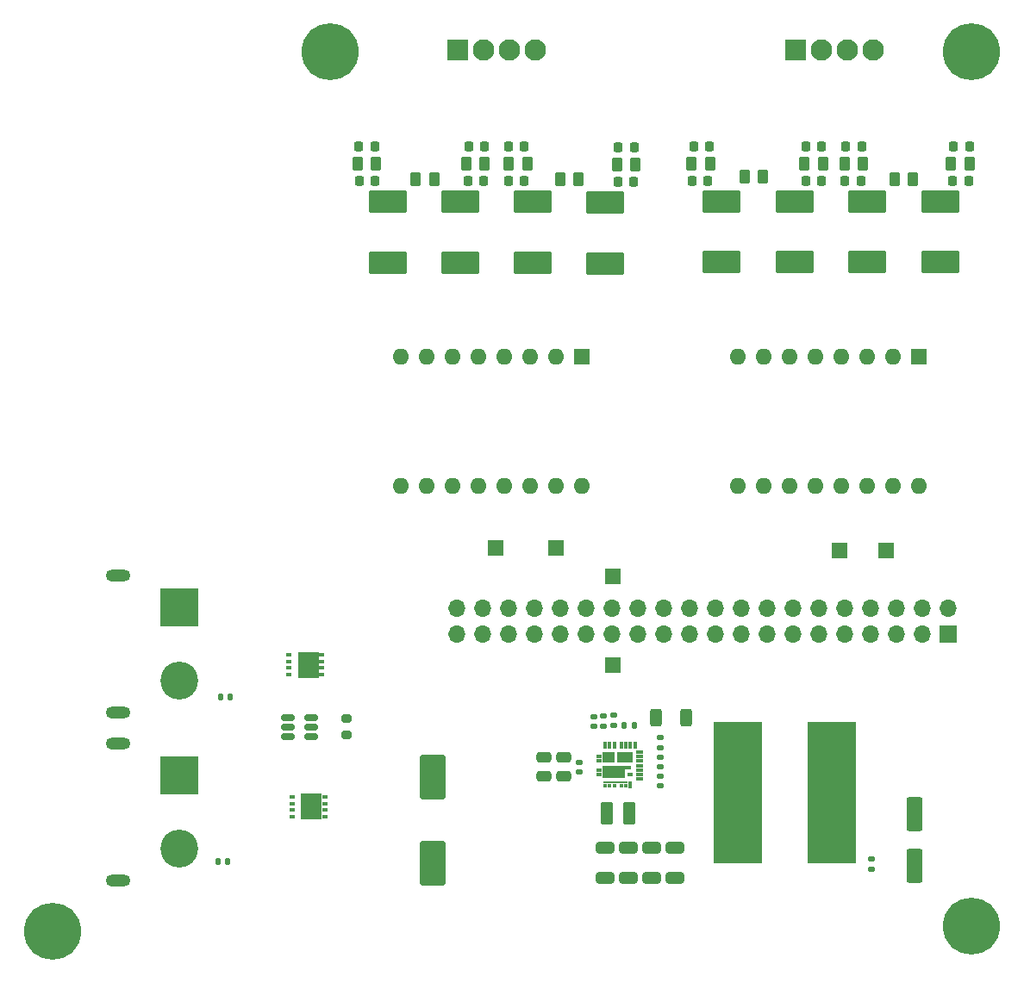
<source format=gts>
G04 #@! TF.GenerationSoftware,KiCad,Pcbnew,8.0.3*
G04 #@! TF.CreationDate,2024-09-22T19:56:22+01:00*
G04 #@! TF.ProjectId,BetetrDom,42657465-7472-4446-9f6d-2e6b69636164,rev?*
G04 #@! TF.SameCoordinates,Original*
G04 #@! TF.FileFunction,Soldermask,Top*
G04 #@! TF.FilePolarity,Negative*
%FSLAX46Y46*%
G04 Gerber Fmt 4.6, Leading zero omitted, Abs format (unit mm)*
G04 Created by KiCad (PCBNEW 8.0.3) date 2024-09-22 19:56:22*
%MOMM*%
%LPD*%
G01*
G04 APERTURE LIST*
G04 Aperture macros list*
%AMRoundRect*
0 Rectangle with rounded corners*
0 $1 Rounding radius*
0 $2 $3 $4 $5 $6 $7 $8 $9 X,Y pos of 4 corners*
0 Add a 4 corners polygon primitive as box body*
4,1,4,$2,$3,$4,$5,$6,$7,$8,$9,$2,$3,0*
0 Add four circle primitives for the rounded corners*
1,1,$1+$1,$2,$3*
1,1,$1+$1,$4,$5*
1,1,$1+$1,$6,$7*
1,1,$1+$1,$8,$9*
0 Add four rect primitives between the rounded corners*
20,1,$1+$1,$2,$3,$4,$5,0*
20,1,$1+$1,$4,$5,$6,$7,0*
20,1,$1+$1,$6,$7,$8,$9,0*
20,1,$1+$1,$8,$9,$2,$3,0*%
G04 Aperture macros list end*
%ADD10R,1.500000X1.500000*%
%ADD11R,1.600000X1.600000*%
%ADD12O,1.600000X1.600000*%
%ADD13RoundRect,0.102000X1.750000X-1.000000X1.750000X1.000000X-1.750000X1.000000X-1.750000X-1.000000X0*%
%ADD14RoundRect,0.250000X-0.262500X-0.450000X0.262500X-0.450000X0.262500X0.450000X-0.262500X0.450000X0*%
%ADD15RoundRect,0.225000X-0.225000X-0.250000X0.225000X-0.250000X0.225000X0.250000X-0.225000X0.250000X0*%
%ADD16RoundRect,0.140000X0.170000X-0.140000X0.170000X0.140000X-0.170000X0.140000X-0.170000X-0.140000X0*%
%ADD17RoundRect,0.150000X-0.512500X-0.150000X0.512500X-0.150000X0.512500X0.150000X-0.512500X0.150000X0*%
%ADD18RoundRect,0.250000X0.312500X0.625000X-0.312500X0.625000X-0.312500X-0.625000X0.312500X-0.625000X0*%
%ADD19R,0.600000X0.400000*%
%ADD20R,0.550000X0.400000*%
%ADD21R,2.030000X2.650000*%
%ADD22R,2.100000X2.100000*%
%ADD23C,2.100000*%
%ADD24RoundRect,0.250000X-0.550000X1.412500X-0.550000X-1.412500X0.550000X-1.412500X0.550000X1.412500X0*%
%ADD25R,3.716000X3.716000*%
%ADD26C,3.716000*%
%ADD27O,2.400000X1.200000*%
%ADD28RoundRect,0.218750X0.218750X0.256250X-0.218750X0.256250X-0.218750X-0.256250X0.218750X-0.256250X0*%
%ADD29RoundRect,0.250000X-0.650000X0.325000X-0.650000X-0.325000X0.650000X-0.325000X0.650000X0.325000X0*%
%ADD30C,5.600000*%
%ADD31RoundRect,0.250000X-0.475000X0.250000X-0.475000X-0.250000X0.475000X-0.250000X0.475000X0.250000X0*%
%ADD32RoundRect,0.218750X-0.218750X-0.256250X0.218750X-0.256250X0.218750X0.256250X-0.218750X0.256250X0*%
%ADD33R,1.700000X1.700000*%
%ADD34O,1.700000X1.700000*%
%ADD35RoundRect,0.250000X-1.000000X1.950000X-1.000000X-1.950000X1.000000X-1.950000X1.000000X1.950000X0*%
%ADD36R,0.550000X0.300000*%
%ADD37R,0.300000X0.450000*%
%ADD38R,0.300000X0.725000*%
%ADD39R,0.725000X0.300000*%
%ADD40R,1.575000X1.050000*%
%ADD41R,1.150000X1.050000*%
%ADD42R,2.175000X1.200000*%
%ADD43R,0.580000X0.380000*%
%ADD44R,0.650000X0.455000*%
%ADD45R,2.350000X0.275000*%
%ADD46RoundRect,0.140000X-0.140000X-0.170000X0.140000X-0.170000X0.140000X0.170000X-0.140000X0.170000X0*%
%ADD47RoundRect,0.200000X0.275000X-0.200000X0.275000X0.200000X-0.275000X0.200000X-0.275000X-0.200000X0*%
%ADD48RoundRect,0.135000X-0.135000X-0.185000X0.135000X-0.185000X0.135000X0.185000X-0.135000X0.185000X0*%
%ADD49R,4.750000X14.000000*%
%ADD50RoundRect,0.135000X0.185000X-0.135000X0.185000X0.135000X-0.185000X0.135000X-0.185000X-0.135000X0*%
%ADD51RoundRect,0.250000X-0.375000X-0.850000X0.375000X-0.850000X0.375000X0.850000X-0.375000X0.850000X0*%
%ADD52RoundRect,0.135000X-0.185000X0.135000X-0.185000X-0.135000X0.185000X-0.135000X0.185000X0.135000X0*%
%ADD53RoundRect,0.140000X-0.170000X0.140000X-0.170000X-0.140000X0.170000X-0.140000X0.170000X0.140000X0*%
G04 APERTURE END LIST*
D10*
G04 #@! TO.C,TP2*
X130090000Y-102090000D03*
G04 #@! TD*
D11*
G04 #@! TO.C,A2*
X137890000Y-83010000D03*
D12*
X135350000Y-83010000D03*
X132810000Y-83010000D03*
X130270000Y-83010000D03*
X127730000Y-83010000D03*
X125190000Y-83010000D03*
X122650000Y-83010000D03*
X120110000Y-83010000D03*
X120110000Y-95710000D03*
X122650000Y-95710000D03*
X125190000Y-95710000D03*
X127730000Y-95710000D03*
X130270000Y-95710000D03*
X132810000Y-95710000D03*
X135350000Y-95710000D03*
X137890000Y-95710000D03*
G04 #@! TD*
D13*
G04 #@! TO.C,L9*
X107020000Y-73850000D03*
X107020000Y-67850000D03*
G04 #@! TD*
D14*
G04 #@! TO.C,RV1*
X120750000Y-65325000D03*
X122575000Y-65325000D03*
G04 #@! TD*
D15*
G04 #@! TO.C,C20*
X108320000Y-65850000D03*
X109870000Y-65850000D03*
G04 #@! TD*
D16*
G04 #@! TO.C,C3*
X104500000Y-123830000D03*
X104500000Y-122870000D03*
G04 #@! TD*
D17*
G04 #@! TO.C,U2*
X75900000Y-118450000D03*
X75900000Y-119400000D03*
X75900000Y-120350000D03*
X78175000Y-120350000D03*
X78175000Y-119400000D03*
X78175000Y-118450000D03*
G04 #@! TD*
D15*
G04 #@! TO.C,C14*
X126775000Y-65725000D03*
X128325000Y-65725000D03*
G04 #@! TD*
D14*
G04 #@! TO.C,RV8*
X102607500Y-65550000D03*
X104432500Y-65550000D03*
G04 #@! TD*
D18*
G04 #@! TO.C,R3*
X114962500Y-118500000D03*
X112037500Y-118500000D03*
G04 #@! TD*
D19*
G04 #@! TO.C,Q1*
X76000000Y-112300000D03*
X76000000Y-112950000D03*
X76000000Y-113600000D03*
X76000000Y-114250000D03*
D20*
X79225000Y-114250000D03*
X79225000Y-113600000D03*
X79225000Y-112950000D03*
X79225000Y-112300000D03*
D21*
X77935000Y-113275000D03*
G04 #@! TD*
D13*
G04 #@! TO.C,L8*
X99920000Y-73787500D03*
X99920000Y-67787500D03*
G04 #@! TD*
D22*
G04 #@! TO.C,StepperConnector1*
X92580000Y-52850000D03*
D23*
X95120000Y-52850000D03*
X97660000Y-52850000D03*
X100200000Y-52850000D03*
G04 #@! TD*
D24*
G04 #@! TO.C,C21*
X137425000Y-127975000D03*
X137425000Y-133050000D03*
G04 #@! TD*
D25*
G04 #@! TO.C,J1*
X65200000Y-124150000D03*
D26*
X65200000Y-131350000D03*
D27*
X59200000Y-121000000D03*
X59200000Y-134500000D03*
G04 #@! TD*
D28*
G04 #@! TO.C,D4*
X132250000Y-62325000D03*
X130675000Y-62325000D03*
G04 #@! TD*
D29*
G04 #@! TO.C,C9*
X113900000Y-131250000D03*
X113900000Y-134200000D03*
G04 #@! TD*
D14*
G04 #@! TO.C,RV3*
X115525000Y-64025000D03*
X117350000Y-64025000D03*
G04 #@! TD*
D19*
G04 #@! TO.C,Q2*
X76265000Y-126250000D03*
X76265000Y-126900000D03*
X76265000Y-127550000D03*
X76265000Y-128200000D03*
D20*
X79490000Y-128200000D03*
X79490000Y-127550000D03*
X79490000Y-126900000D03*
X79490000Y-126250000D03*
D21*
X78200000Y-127225000D03*
G04 #@! TD*
D16*
G04 #@! TO.C,C12*
X112500000Y-125150000D03*
X112500000Y-124190000D03*
G04 #@! TD*
D10*
G04 #@! TO.C,TP4*
X134670000Y-102090000D03*
G04 #@! TD*
D30*
G04 #@! TO.C,H4*
X143000000Y-53000000D03*
G04 #@! TD*
D13*
G04 #@! TO.C,L4*
X132750000Y-73725000D03*
X132750000Y-67725000D03*
G04 #@! TD*
D10*
G04 #@! TO.C,TP6*
X107825000Y-104625000D03*
G04 #@! TD*
D29*
G04 #@! TO.C,C7*
X107000000Y-131250000D03*
X107000000Y-134200000D03*
G04 #@! TD*
G04 #@! TO.C,C8*
X109300000Y-131250000D03*
X109300000Y-134200000D03*
G04 #@! TD*
D25*
G04 #@! TO.C,J4*
X65200000Y-107650000D03*
D26*
X65200000Y-114850000D03*
D27*
X59200000Y-104500000D03*
X59200000Y-118000000D03*
G04 #@! TD*
D14*
G04 #@! TO.C,RV5*
X130537500Y-64025000D03*
X132362500Y-64025000D03*
G04 #@! TD*
D30*
G04 #@! TO.C,H1*
X143000000Y-139000000D03*
G04 #@! TD*
D16*
G04 #@! TO.C,C11*
X105900000Y-119350000D03*
X105900000Y-118390000D03*
G04 #@! TD*
D13*
G04 #@! TO.C,L6*
X85720000Y-73787500D03*
X85720000Y-67787500D03*
G04 #@! TD*
D31*
G04 #@! TO.C,C1*
X101000000Y-122350000D03*
X101000000Y-124250000D03*
G04 #@! TD*
D32*
G04 #@! TO.C,D2*
X141250000Y-62325000D03*
X142825000Y-62325000D03*
G04 #@! TD*
D33*
G04 #@! TO.C,J2*
X140740000Y-110290000D03*
D34*
X140740000Y-107750000D03*
X138200000Y-110290000D03*
X138200000Y-107750000D03*
X135660000Y-110290000D03*
X135660000Y-107750000D03*
X133120000Y-110290000D03*
X133120000Y-107750000D03*
X130580000Y-110290000D03*
X130580000Y-107750000D03*
X128040000Y-110290000D03*
X128040000Y-107750000D03*
X125500000Y-110290000D03*
X125500000Y-107750000D03*
X122960000Y-110290000D03*
X122960000Y-107750000D03*
X120420000Y-110290000D03*
X120420000Y-107750000D03*
X117880000Y-110290000D03*
X117880000Y-107750000D03*
X115340000Y-110290000D03*
X115340000Y-107750000D03*
X112800000Y-110290000D03*
X112800000Y-107750000D03*
X110260000Y-110290000D03*
X110260000Y-107750000D03*
X107720000Y-110290000D03*
X107720000Y-107750000D03*
X105180000Y-110290000D03*
X105180000Y-107750000D03*
X102640000Y-110290000D03*
X102640000Y-107750000D03*
X100100000Y-110290000D03*
X100100000Y-107750000D03*
X97560000Y-110290000D03*
X97560000Y-107750000D03*
X95020000Y-110290000D03*
X95020000Y-107750000D03*
X92480000Y-110290000D03*
X92480000Y-107750000D03*
G04 #@! TD*
D35*
G04 #@! TO.C,C6*
X90100000Y-124350000D03*
X90100000Y-132750000D03*
G04 #@! TD*
D14*
G04 #@! TO.C,RV10*
X93395000Y-64050000D03*
X95220000Y-64050000D03*
G04 #@! TD*
D28*
G04 #@! TO.C,D8*
X117325000Y-62325000D03*
X115750000Y-62325000D03*
G04 #@! TD*
D30*
G04 #@! TO.C,H3*
X80000000Y-53000000D03*
G04 #@! TD*
D36*
G04 #@! TO.C,IC1*
X106488000Y-122275000D03*
X106488000Y-122725000D03*
X106488000Y-123625000D03*
X106488000Y-124075000D03*
D37*
X107038000Y-125175000D03*
X107488000Y-125175000D03*
X107938000Y-125175000D03*
X108638000Y-125175000D03*
X109088000Y-125175000D03*
D38*
X109538000Y-125038000D03*
D39*
X110450000Y-124525000D03*
X110450000Y-124075000D03*
X110450000Y-123625000D03*
X110450000Y-123175000D03*
X110450000Y-122725000D03*
X110450000Y-122275000D03*
X110450000Y-121825000D03*
D38*
X109988000Y-121163000D03*
X109538000Y-121163000D03*
X109088000Y-121163000D03*
X108638000Y-121163000D03*
X107938000Y-121163000D03*
X107488000Y-121163000D03*
X107038000Y-121163000D03*
D40*
X109000000Y-122350000D03*
D41*
X107338000Y-122350000D03*
D42*
X107850000Y-123775000D03*
D43*
X109498000Y-124090000D03*
D44*
X109263000Y-123403000D03*
D45*
X108063000Y-124813000D03*
G04 #@! TD*
D46*
G04 #@! TO.C,C23*
X69240000Y-116450000D03*
X70200000Y-116450000D03*
G04 #@! TD*
D16*
G04 #@! TO.C,C10*
X112500000Y-123330000D03*
X112500000Y-122370000D03*
G04 #@! TD*
D47*
G04 #@! TO.C,R2*
X81600000Y-120200000D03*
X81600000Y-118550000D03*
G04 #@! TD*
D13*
G04 #@! TO.C,L5*
X139950000Y-73725000D03*
X139950000Y-67725000D03*
G04 #@! TD*
D28*
G04 #@! TO.C,D3*
X99120000Y-62350000D03*
X97545000Y-62350000D03*
G04 #@! TD*
D48*
G04 #@! TO.C,R4*
X108880000Y-119250000D03*
X109900000Y-119250000D03*
G04 #@! TD*
D14*
G04 #@! TO.C,RV11*
X97595000Y-64050000D03*
X99420000Y-64050000D03*
G04 #@! TD*
D15*
G04 #@! TO.C,C13*
X115550000Y-65725000D03*
X117100000Y-65725000D03*
G04 #@! TD*
D32*
G04 #@! TO.C,D1*
X108320000Y-62450000D03*
X109895000Y-62450000D03*
G04 #@! TD*
D14*
G04 #@! TO.C,RV4*
X126625000Y-64025000D03*
X128450000Y-64025000D03*
G04 #@! TD*
D11*
G04 #@! TO.C,A1*
X104790000Y-83010000D03*
D12*
X102250000Y-83010000D03*
X99710000Y-83010000D03*
X97170000Y-83010000D03*
X94630000Y-83010000D03*
X92090000Y-83010000D03*
X89550000Y-83010000D03*
X87010000Y-83010000D03*
X87010000Y-95710000D03*
X89550000Y-95710000D03*
X92090000Y-95710000D03*
X94630000Y-95710000D03*
X97170000Y-95710000D03*
X99710000Y-95710000D03*
X102250000Y-95710000D03*
X104790000Y-95710000D03*
G04 #@! TD*
D49*
G04 #@! TO.C,L10*
X120100000Y-125850000D03*
X129350000Y-125850000D03*
G04 #@! TD*
D10*
G04 #@! TO.C,TP1*
X96270000Y-101770000D03*
G04 #@! TD*
D50*
G04 #@! TO.C,R5*
X107900000Y-119270000D03*
X107900000Y-118250000D03*
G04 #@! TD*
D30*
G04 #@! TO.C,H2*
X52800000Y-139450000D03*
G04 #@! TD*
D10*
G04 #@! TO.C,TP5*
X107800000Y-113350000D03*
G04 #@! TD*
D13*
G04 #@! TO.C,L7*
X92820000Y-73750000D03*
X92820000Y-67750000D03*
G04 #@! TD*
D22*
G04 #@! TO.C,StepperConnector2*
X125735000Y-52825000D03*
D23*
X128275000Y-52825000D03*
X130815000Y-52825000D03*
X133355000Y-52825000D03*
G04 #@! TD*
D28*
G04 #@! TO.C,D7*
X84420000Y-62350000D03*
X82845000Y-62350000D03*
G04 #@! TD*
D51*
G04 #@! TO.C,L1*
X107225000Y-127850000D03*
X109375000Y-127850000D03*
G04 #@! TD*
D14*
G04 #@! TO.C,RV6*
X141025000Y-64025000D03*
X142850000Y-64025000D03*
G04 #@! TD*
D13*
G04 #@! TO.C,L3*
X125650000Y-73725000D03*
X125650000Y-67725000D03*
G04 #@! TD*
D15*
G04 #@! TO.C,C18*
X93570000Y-65750000D03*
X95120000Y-65750000D03*
G04 #@! TD*
D14*
G04 #@! TO.C,RV9*
X82707500Y-64050000D03*
X84532500Y-64050000D03*
G04 #@! TD*
D13*
G04 #@! TO.C,L2*
X118450000Y-73725000D03*
X118450000Y-67725000D03*
G04 #@! TD*
D10*
G04 #@! TO.C,TP3*
X102240000Y-101770000D03*
G04 #@! TD*
D29*
G04 #@! TO.C,C4*
X111600000Y-131250000D03*
X111600000Y-134200000D03*
G04 #@! TD*
D52*
G04 #@! TO.C,R1*
X112500000Y-120460000D03*
X112500000Y-121480000D03*
G04 #@! TD*
D14*
G04 #@! TO.C,RV7*
X88420000Y-65550000D03*
X90245000Y-65550000D03*
G04 #@! TD*
D15*
G04 #@! TO.C,C15*
X130600000Y-65725000D03*
X132150000Y-65725000D03*
G04 #@! TD*
D31*
G04 #@! TO.C,C2*
X103000000Y-122350000D03*
X103000000Y-124250000D03*
G04 #@! TD*
D53*
G04 #@! TO.C,C22*
X133225000Y-132390000D03*
X133225000Y-133350000D03*
G04 #@! TD*
D52*
G04 #@! TO.C,R6*
X106900000Y-118330000D03*
X106900000Y-119350000D03*
G04 #@! TD*
D14*
G04 #@! TO.C,RV12*
X108220000Y-64150000D03*
X110045000Y-64150000D03*
G04 #@! TD*
D15*
G04 #@! TO.C,C19*
X97520000Y-65750000D03*
X99070000Y-65750000D03*
G04 #@! TD*
D46*
G04 #@! TO.C,C5*
X69020000Y-132575000D03*
X69980000Y-132575000D03*
G04 #@! TD*
D14*
G04 #@! TO.C,RV2*
X135450000Y-65525000D03*
X137275000Y-65525000D03*
G04 #@! TD*
D32*
G04 #@! TO.C,D5*
X93645000Y-62350000D03*
X95220000Y-62350000D03*
G04 #@! TD*
G04 #@! TO.C,D6*
X126750000Y-62325000D03*
X128325000Y-62325000D03*
G04 #@! TD*
D15*
G04 #@! TO.C,C17*
X82870000Y-65750000D03*
X84420000Y-65750000D03*
G04 #@! TD*
G04 #@! TO.C,C16*
X141200000Y-65725000D03*
X142750000Y-65725000D03*
G04 #@! TD*
M02*

</source>
